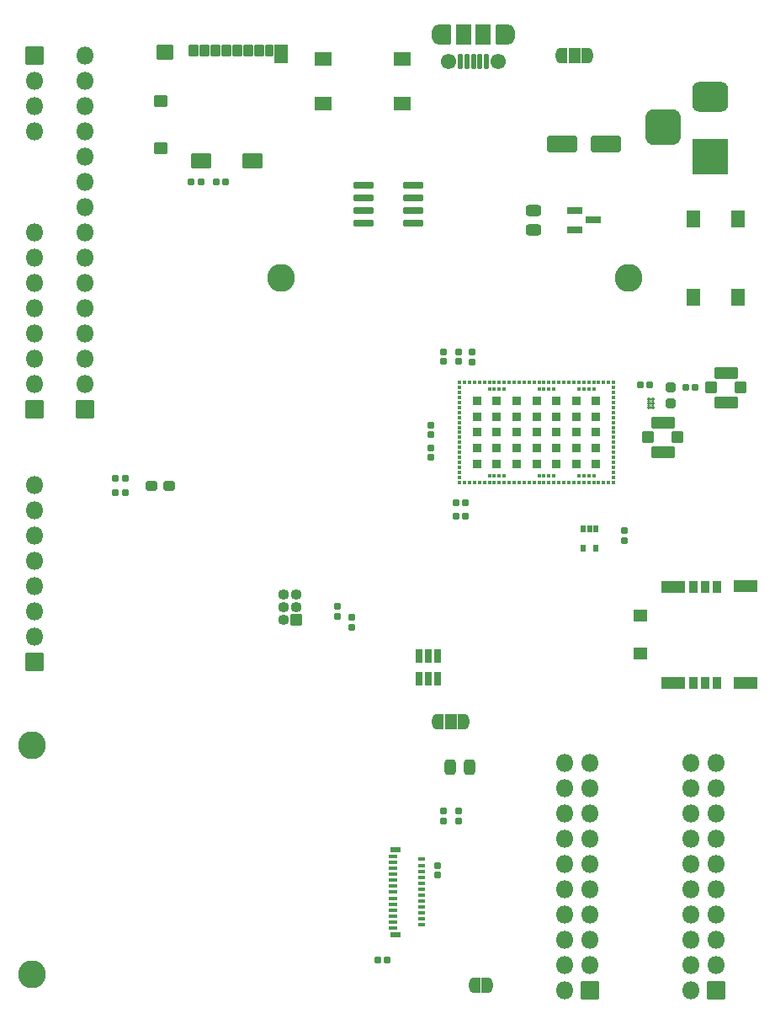
<source format=gbr>
G04 #@! TF.GenerationSoftware,KiCad,Pcbnew,(6.0.7)*
G04 #@! TF.CreationDate,2022-12-02T15:18:26+11:00*
G04 #@! TF.ProjectId,nRF_dev,6e52465f-6465-4762-9e6b-696361645f70,0.0.2*
G04 #@! TF.SameCoordinates,Original*
G04 #@! TF.FileFunction,Soldermask,Top*
G04 #@! TF.FilePolarity,Negative*
%FSLAX46Y46*%
G04 Gerber Fmt 4.6, Leading zero omitted, Abs format (unit mm)*
G04 Created by KiCad (PCBNEW (6.0.7)) date 2022-12-02 15:18:26*
%MOMM*%
%LPD*%
G01*
G04 APERTURE LIST*
G04 Aperture macros list*
%AMRoundRect*
0 Rectangle with rounded corners*
0 $1 Rounding radius*
0 $2 $3 $4 $5 $6 $7 $8 $9 X,Y pos of 4 corners*
0 Add a 4 corners polygon primitive as box body*
4,1,4,$2,$3,$4,$5,$6,$7,$8,$9,$2,$3,0*
0 Add four circle primitives for the rounded corners*
1,1,$1+$1,$2,$3*
1,1,$1+$1,$4,$5*
1,1,$1+$1,$6,$7*
1,1,$1+$1,$8,$9*
0 Add four rect primitives between the rounded corners*
20,1,$1+$1,$2,$3,$4,$5,0*
20,1,$1+$1,$4,$5,$6,$7,0*
20,1,$1+$1,$6,$7,$8,$9,0*
20,1,$1+$1,$8,$9,$2,$3,0*%
%AMFreePoly0*
4,1,37,0.586062,0.786062,0.601000,0.750000,0.601000,-0.750000,0.586062,-0.786062,0.550000,-0.801000,0.000000,-0.801000,-0.012525,-0.795812,-0.080875,-0.794559,-0.095149,-0.792248,-0.230464,-0.749973,-0.243516,-0.743747,-0.361526,-0.665192,-0.372306,-0.655554,-0.463526,-0.547035,-0.471167,-0.534759,-0.528262,-0.405000,-0.532150,-0.391073,-0.549733,-0.256613,-0.548336,-0.256430,-0.551000,-0.250000,
-0.551000,0.250000,-0.550512,0.251179,-0.550356,0.263956,-0.528545,0.404033,-0.524317,0.417860,-0.464069,0.546185,-0.456130,0.558271,-0.362286,0.664529,-0.351274,0.673901,-0.231379,0.749549,-0.218180,0.755454,-0.081873,0.794411,-0.067546,0.796373,-0.011990,0.796033,0.000000,0.801000,0.550000,0.801000,0.586062,0.786062,0.586062,0.786062,$1*%
%AMFreePoly1*
4,1,37,0.012349,0.795885,0.074216,0.795507,0.088518,0.793370,0.224339,0.752751,0.237465,0.746685,0.356427,0.669578,0.367324,0.660073,0.459862,0.552676,0.467652,0.540494,0.526329,0.411442,0.530388,0.397563,0.550485,0.257230,0.551000,0.250000,0.551000,-0.250000,0.550996,-0.250622,0.550847,-0.262838,0.550144,-0.270677,0.526624,-0.410478,0.522228,-0.424254,0.460416,-0.551833,
0.452330,-0.563821,0.357195,-0.668925,0.346069,-0.678161,0.225259,-0.752338,0.211989,-0.758081,0.075216,-0.795370,0.060866,-0.797157,0.011464,-0.796251,0.000000,-0.801000,-0.550000,-0.801000,-0.586062,-0.786062,-0.601000,-0.750000,-0.601000,0.750000,-0.586062,0.786062,-0.550000,0.801000,0.000000,0.801000,0.012349,0.795885,0.012349,0.795885,$1*%
%AMFreePoly2*
4,1,37,0.536062,0.786062,0.551000,0.750000,0.551000,-0.750000,0.536062,-0.786062,0.500000,-0.801000,0.000000,-0.801000,-0.012525,-0.795812,-0.080875,-0.794559,-0.095149,-0.792248,-0.230464,-0.749973,-0.243516,-0.743747,-0.361526,-0.665192,-0.372306,-0.655554,-0.463526,-0.547035,-0.471167,-0.534759,-0.528262,-0.405000,-0.532150,-0.391073,-0.549733,-0.256613,-0.548336,-0.256430,-0.551000,-0.250000,
-0.551000,0.250000,-0.550512,0.251179,-0.550356,0.263956,-0.528545,0.404033,-0.524317,0.417860,-0.464069,0.546185,-0.456130,0.558271,-0.362286,0.664529,-0.351274,0.673901,-0.231379,0.749549,-0.218180,0.755454,-0.081873,0.794411,-0.067546,0.796373,-0.011990,0.796033,0.000000,0.801000,0.500000,0.801000,0.536062,0.786062,0.536062,0.786062,$1*%
%AMFreePoly3*
4,1,37,0.012349,0.795885,0.074216,0.795507,0.088518,0.793370,0.224339,0.752751,0.237465,0.746685,0.356427,0.669578,0.367324,0.660073,0.459862,0.552676,0.467652,0.540494,0.526329,0.411442,0.530388,0.397563,0.550485,0.257230,0.551000,0.250000,0.551000,-0.250000,0.550996,-0.250622,0.550847,-0.262838,0.550144,-0.270677,0.526624,-0.410478,0.522228,-0.424254,0.460416,-0.551833,
0.452330,-0.563821,0.357195,-0.668925,0.346069,-0.678161,0.225259,-0.752338,0.211989,-0.758081,0.075216,-0.795370,0.060866,-0.797157,0.011464,-0.796251,0.000000,-0.801000,-0.500000,-0.801000,-0.536062,-0.786062,-0.551000,-0.750000,-0.551000,0.750000,-0.536062,0.786062,-0.500000,0.801000,0.000000,0.801000,0.012349,0.795885,0.012349,0.795885,$1*%
G04 Aperture macros list end*
%ADD10RoundRect,0.201000X-0.150000X0.512500X-0.150000X-0.512500X0.150000X-0.512500X0.150000X0.512500X0*%
%ADD11RoundRect,0.288500X0.287500X0.237500X-0.287500X0.237500X-0.287500X-0.237500X0.287500X-0.237500X0*%
%ADD12RoundRect,0.186000X-0.135000X-0.185000X0.135000X-0.185000X0.135000X0.185000X-0.135000X0.185000X0*%
%ADD13RoundRect,0.051000X0.400000X-0.500000X0.400000X0.500000X-0.400000X0.500000X-0.400000X-0.500000X0*%
%ADD14RoundRect,0.051000X1.150000X-0.500000X1.150000X0.500000X-1.150000X0.500000X-1.150000X-0.500000X0*%
%ADD15RoundRect,0.051000X0.650000X-0.550000X0.650000X0.550000X-0.650000X0.550000X-0.650000X-0.550000X0*%
%ADD16RoundRect,0.051000X-0.850000X-0.850000X0.850000X-0.850000X0.850000X0.850000X-0.850000X0.850000X0*%
%ADD17O,1.802000X1.802000*%
%ADD18RoundRect,0.186000X0.185000X-0.135000X0.185000X0.135000X-0.185000X0.135000X-0.185000X-0.135000X0*%
%ADD19RoundRect,0.051000X-0.125000X-0.125000X0.125000X-0.125000X0.125000X0.125000X-0.125000X0.125000X0*%
%ADD20RoundRect,0.051000X0.125000X-0.125000X0.125000X0.125000X-0.125000X0.125000X-0.125000X-0.125000X0*%
%ADD21RoundRect,0.201000X-0.587500X-0.150000X0.587500X-0.150000X0.587500X0.150000X-0.587500X0.150000X0*%
%ADD22RoundRect,0.051000X-0.650000X0.775000X-0.650000X-0.775000X0.650000X-0.775000X0.650000X0.775000X0*%
%ADD23RoundRect,0.201000X-0.825000X-0.150000X0.825000X-0.150000X0.825000X0.150000X-0.825000X0.150000X0*%
%ADD24RoundRect,0.191000X0.140000X0.170000X-0.140000X0.170000X-0.140000X-0.170000X0.140000X-0.170000X0*%
%ADD25RoundRect,0.051000X-1.750000X1.750000X-1.750000X-1.750000X1.750000X-1.750000X1.750000X1.750000X0*%
%ADD26RoundRect,0.801000X-1.000000X0.750000X-1.000000X-0.750000X1.000000X-0.750000X1.000000X0.750000X0*%
%ADD27RoundRect,0.926000X-0.875000X0.875000X-0.875000X-0.875000X0.875000X-0.875000X0.875000X0.875000X0*%
%ADD28RoundRect,0.051000X-0.775000X-0.650000X0.775000X-0.650000X0.775000X0.650000X-0.775000X0.650000X0*%
%ADD29RoundRect,0.051000X-0.150000X-0.150000X0.150000X-0.150000X0.150000X0.150000X-0.150000X0.150000X0*%
%ADD30RoundRect,0.051000X0.150000X-0.150000X0.150000X0.150000X-0.150000X0.150000X-0.150000X-0.150000X0*%
%ADD31RoundRect,0.051000X-0.400000X-0.400000X0.400000X-0.400000X0.400000X0.400000X-0.400000X0.400000X0*%
%ADD32RoundRect,0.191000X-0.170000X0.140000X-0.170000X-0.140000X0.170000X-0.140000X0.170000X0.140000X0*%
%ADD33RoundRect,0.269750X-0.256250X0.218750X-0.256250X-0.218750X0.256250X-0.218750X0.256250X0.218750X0*%
%ADD34RoundRect,0.186000X-0.185000X0.135000X-0.185000X-0.135000X0.185000X-0.135000X0.185000X0.135000X0*%
%ADD35RoundRect,0.191000X-0.140000X-0.170000X0.140000X-0.170000X0.140000X0.170000X-0.140000X0.170000X0*%
%ADD36RoundRect,0.301000X1.250000X0.550000X-1.250000X0.550000X-1.250000X-0.550000X1.250000X-0.550000X0*%
%ADD37C,2.802000*%
%ADD38RoundRect,0.051000X0.200000X0.675000X-0.200000X0.675000X-0.200000X-0.675000X0.200000X-0.675000X0*%
%ADD39RoundRect,0.051000X0.600000X0.950000X-0.600000X0.950000X-0.600000X-0.950000X0.600000X-0.950000X0*%
%ADD40C,1.552000*%
%ADD41RoundRect,0.051000X0.750000X0.950000X-0.750000X0.950000X-0.750000X-0.950000X0.750000X-0.950000X0*%
%ADD42O,1.302000X2.002000*%
%ADD43RoundRect,0.051000X-0.200000X0.325000X-0.200000X-0.325000X0.200000X-0.325000X0.200000X0.325000X0*%
%ADD44RoundRect,0.051000X-0.400000X0.150000X-0.400000X-0.150000X0.400000X-0.150000X0.400000X0.150000X0*%
%ADD45RoundRect,0.051000X-0.325000X0.150000X-0.325000X-0.150000X0.325000X-0.150000X0.325000X0.150000X0*%
%ADD46RoundRect,0.051000X-0.475000X0.200000X-0.475000X-0.200000X0.475000X-0.200000X0.475000X0.200000X0*%
%ADD47RoundRect,0.051000X0.850000X0.850000X-0.850000X0.850000X-0.850000X-0.850000X0.850000X-0.850000X0*%
%ADD48FreePoly0,0.000000*%
%ADD49RoundRect,0.051000X-0.500000X-0.750000X0.500000X-0.750000X0.500000X0.750000X-0.500000X0.750000X0*%
%ADD50FreePoly1,0.000000*%
%ADD51RoundRect,0.051000X0.500000X0.500000X-0.500000X0.500000X-0.500000X-0.500000X0.500000X-0.500000X0*%
%ADD52O,1.102000X1.102000*%
%ADD53RoundRect,0.051000X0.425000X0.550000X-0.425000X0.550000X-0.425000X-0.550000X0.425000X-0.550000X0*%
%ADD54RoundRect,0.051000X0.375000X0.550000X-0.375000X0.550000X-0.375000X-0.550000X0.375000X-0.550000X0*%
%ADD55RoundRect,0.051000X0.950000X0.675000X-0.950000X0.675000X-0.950000X-0.675000X0.950000X-0.675000X0*%
%ADD56RoundRect,0.051000X0.585000X0.900000X-0.585000X0.900000X-0.585000X-0.900000X0.585000X-0.900000X0*%
%ADD57RoundRect,0.051000X0.775000X0.675000X-0.775000X0.675000X-0.775000X-0.675000X0.775000X-0.675000X0*%
%ADD58RoundRect,0.051000X0.600000X0.500000X-0.600000X0.500000X-0.600000X-0.500000X0.600000X-0.500000X0*%
%ADD59RoundRect,0.191000X0.170000X-0.140000X0.170000X0.140000X-0.170000X0.140000X-0.170000X-0.140000X0*%
%ADD60RoundRect,0.051000X-0.500000X0.500000X-0.500000X-0.500000X0.500000X-0.500000X0.500000X0.500000X0*%
%ADD61RoundRect,0.051000X-1.100000X0.525000X-1.100000X-0.525000X1.100000X-0.525000X1.100000X0.525000X0*%
%ADD62RoundRect,0.301000X-0.250000X-0.475000X0.250000X-0.475000X0.250000X0.475000X-0.250000X0.475000X0*%
%ADD63FreePoly2,180.000000*%
%ADD64FreePoly3,180.000000*%
%ADD65RoundRect,0.186000X0.135000X0.185000X-0.135000X0.185000X-0.135000X-0.185000X0.135000X-0.185000X0*%
%ADD66RoundRect,0.301000X0.475000X-0.250000X0.475000X0.250000X-0.475000X0.250000X-0.475000X-0.250000X0*%
G04 APERTURE END LIST*
D10*
X83800000Y-134012500D03*
X82850000Y-134012500D03*
X81900000Y-134012500D03*
X81900000Y-136287500D03*
X82850000Y-136287500D03*
X83800000Y-136287500D03*
D11*
X56725000Y-116850000D03*
X54975000Y-116850000D03*
D12*
X52360000Y-117600000D03*
X51340000Y-117600000D03*
X52360000Y-116100000D03*
X51340000Y-116100000D03*
D13*
X111864500Y-127026000D03*
X110664500Y-127026000D03*
X111864500Y-136726000D03*
X109464500Y-127026000D03*
D14*
X114714500Y-136726000D03*
X114714500Y-126926000D03*
X107514500Y-127026000D03*
X107514500Y-136726000D03*
D13*
X110664500Y-136726000D03*
X109464500Y-136726000D03*
D15*
X104149500Y-129921000D03*
X104149500Y-133731000D03*
D16*
X43180000Y-73660000D03*
D17*
X43180000Y-76200000D03*
X43180000Y-78740000D03*
X43180000Y-81280000D03*
D18*
X73660000Y-130050000D03*
X73660000Y-129030000D03*
D19*
X105010000Y-108200000D03*
X105010000Y-108600000D03*
X105010000Y-109000000D03*
X105410000Y-109000000D03*
X105410000Y-108600000D03*
D20*
X105410000Y-108200000D03*
D21*
X97528500Y-89220000D03*
X97528500Y-91120000D03*
X99403500Y-90170000D03*
D22*
X114010000Y-90005000D03*
X114010000Y-97955000D03*
X109510000Y-97955000D03*
X109510000Y-90005000D03*
D23*
X76325000Y-86695000D03*
X76325000Y-87965000D03*
X76325000Y-89235000D03*
X76325000Y-90505000D03*
X81275000Y-90505000D03*
X81275000Y-89235000D03*
X81275000Y-87965000D03*
X81275000Y-86695000D03*
D24*
X105128000Y-106757000D03*
X104168000Y-106757000D03*
D25*
X111193500Y-83810000D03*
D26*
X111193500Y-77810000D03*
D27*
X106493500Y-80810000D03*
D28*
X80175000Y-73950000D03*
X72225000Y-73950000D03*
X80175000Y-78450000D03*
X72225000Y-78450000D03*
D29*
X85976000Y-106506000D03*
X85976000Y-107006000D03*
X85976000Y-107506000D03*
X85976000Y-108006000D03*
X85976000Y-108506000D03*
X85976000Y-109006000D03*
X85976000Y-109506000D03*
X85976000Y-110006000D03*
X85976000Y-110506000D03*
X85976000Y-111006000D03*
X85976000Y-111506000D03*
X85976000Y-112006000D03*
X85976000Y-112506000D03*
X85976000Y-113006000D03*
X85976000Y-113506000D03*
X85976000Y-114006000D03*
X85976000Y-114506000D03*
X85976000Y-115006000D03*
X85976000Y-115506000D03*
X85976000Y-116006000D03*
X85976000Y-116506000D03*
X86476000Y-116506000D03*
X86976000Y-116506000D03*
X87476000Y-116506000D03*
X87976000Y-116506000D03*
X88476000Y-116506000D03*
X88976000Y-116506000D03*
X89476000Y-116506000D03*
X89976000Y-116506000D03*
X90476000Y-116506000D03*
X90976000Y-116506000D03*
X91476000Y-116506000D03*
X91976000Y-116506000D03*
X92476000Y-116506000D03*
X92976000Y-116506000D03*
X93476000Y-116506000D03*
X93976000Y-116506000D03*
X94476000Y-116506000D03*
X94976000Y-116506000D03*
X95476000Y-116506000D03*
X95976000Y-116506000D03*
X96476000Y-116506000D03*
X96976000Y-116506000D03*
X97476000Y-116506000D03*
X97976000Y-116506000D03*
X98476000Y-116506000D03*
X98976000Y-116506000D03*
X99476000Y-116506000D03*
X99976000Y-116506000D03*
X100476000Y-116506000D03*
X100976000Y-116506000D03*
X101476000Y-116506000D03*
X101476000Y-116006000D03*
X101476000Y-115506000D03*
X101476000Y-115006000D03*
X101476000Y-114506000D03*
X101476000Y-114006000D03*
X101476000Y-113506000D03*
X101476000Y-113006000D03*
X101476000Y-112506000D03*
X101476000Y-112006000D03*
X101476000Y-111506000D03*
X101476000Y-111006000D03*
X101476000Y-110506000D03*
X101476000Y-110006000D03*
X101476000Y-109506000D03*
X101476000Y-109006000D03*
X101476000Y-108506000D03*
X101476000Y-108006000D03*
X101476000Y-107506000D03*
X101476000Y-107006000D03*
X101476000Y-106506000D03*
X100976000Y-106506000D03*
X100476000Y-106506000D03*
X99976000Y-106506000D03*
X99476000Y-106506000D03*
X98976000Y-106506000D03*
X98476000Y-106506000D03*
X97976000Y-106506000D03*
X97476000Y-106506000D03*
X96976000Y-106506000D03*
X96476000Y-106506000D03*
X95976000Y-106506000D03*
X95476000Y-106506000D03*
X94976000Y-106506000D03*
X94476000Y-106506000D03*
X93976000Y-106506000D03*
X93476000Y-106506000D03*
X92976000Y-106506000D03*
X92476000Y-106506000D03*
X91976000Y-106506000D03*
X91476000Y-106506000D03*
X90976000Y-106506000D03*
X90476000Y-106506000D03*
D30*
X89976000Y-106506000D03*
D29*
X89476000Y-106506000D03*
X88976000Y-106506000D03*
X88476000Y-106506000D03*
X87976000Y-106506000D03*
X87476000Y-106506000D03*
X86976000Y-106506000D03*
X86476000Y-106506000D03*
D31*
X89726000Y-109906000D03*
X93726000Y-113106000D03*
X89726000Y-111506000D03*
X99726000Y-113106000D03*
X99726000Y-108306000D03*
X93726000Y-109906000D03*
X97726000Y-113106000D03*
X91726000Y-113106000D03*
X87726000Y-111506000D03*
X93726000Y-108306000D03*
X95726000Y-113106000D03*
X95726000Y-109906000D03*
X95726000Y-108306000D03*
X89726000Y-113106000D03*
X87726000Y-114706000D03*
X97726000Y-108306000D03*
X89726000Y-108306000D03*
X91726000Y-114706000D03*
X87726000Y-109906000D03*
X97726000Y-109906000D03*
X99726000Y-114706000D03*
X99726000Y-109906000D03*
X87726000Y-113106000D03*
X91726000Y-108306000D03*
X93726000Y-111506000D03*
X93726000Y-114706000D03*
X95726000Y-111506000D03*
X99726000Y-111506000D03*
X97726000Y-111506000D03*
X95726000Y-114706000D03*
X91726000Y-109906000D03*
X89726000Y-114706000D03*
X91726000Y-111506000D03*
X97726000Y-114706000D03*
X87726000Y-108306000D03*
D29*
X88976000Y-115856000D03*
X89476000Y-115856000D03*
X89976000Y-115856000D03*
X90476000Y-115856000D03*
X93976000Y-115856000D03*
X94476000Y-115856000D03*
X94976000Y-115856000D03*
X95476000Y-115856000D03*
X97976000Y-115856000D03*
X98476000Y-115856000D03*
X98976000Y-115856000D03*
X99476000Y-115856000D03*
X99476000Y-107156000D03*
X98976000Y-107156000D03*
X98476000Y-107156000D03*
X97976000Y-107156000D03*
X95476000Y-107156000D03*
X94976000Y-107156000D03*
X94476000Y-107156000D03*
X93976000Y-107156000D03*
X90476000Y-107156000D03*
X89976000Y-107156000D03*
X89476000Y-107156000D03*
X88976000Y-107156000D03*
D24*
X109700000Y-107011000D03*
X108740000Y-107011000D03*
D32*
X83750000Y-156030000D03*
X83750000Y-155070000D03*
D33*
X107188000Y-106985500D03*
X107188000Y-108560500D03*
D34*
X84328000Y-149604000D03*
X84328000Y-150624000D03*
D35*
X77752000Y-164592000D03*
X78712000Y-164592000D03*
D36*
X100666000Y-82550000D03*
X96266000Y-82550000D03*
D24*
X86586000Y-118618000D03*
X85626000Y-118618000D03*
D37*
X103000000Y-96000000D03*
D38*
X88676000Y-74192500D03*
X88026000Y-74192500D03*
X87376000Y-74192500D03*
X86726000Y-74192500D03*
X86076000Y-74192500D03*
D39*
X90276000Y-71492500D03*
D40*
X89876000Y-74192500D03*
D41*
X86376000Y-71492500D03*
D42*
X83876000Y-71492500D03*
D40*
X84876000Y-74192500D03*
D39*
X84476000Y-71492500D03*
D42*
X90876000Y-71492500D03*
D41*
X88376000Y-71492500D03*
D43*
X99710000Y-121224000D03*
X99060000Y-121224000D03*
X98410000Y-121224000D03*
X98410000Y-123124000D03*
X99710000Y-123124000D03*
D44*
X79297000Y-154134000D03*
D45*
X82172000Y-154434000D03*
D44*
X79297000Y-154734000D03*
D45*
X82172000Y-155034000D03*
D44*
X79297000Y-155334000D03*
D45*
X82172000Y-155634000D03*
D44*
X79297000Y-155934000D03*
D45*
X82172000Y-156234000D03*
D44*
X79297000Y-156534000D03*
D45*
X82172000Y-156834000D03*
D44*
X79297000Y-157134000D03*
D45*
X82172000Y-157434000D03*
D44*
X79297000Y-157734000D03*
D45*
X82172000Y-158034000D03*
D44*
X79297000Y-158334000D03*
D45*
X82172000Y-158634000D03*
D44*
X79297000Y-158934000D03*
D45*
X82172000Y-159234000D03*
D44*
X79297000Y-159534000D03*
D45*
X82172000Y-159834000D03*
D44*
X79297000Y-160134000D03*
D45*
X82172000Y-160434000D03*
D44*
X79297000Y-160734000D03*
D45*
X82172000Y-161034000D03*
D44*
X79297000Y-161334000D03*
D46*
X79572000Y-153434000D03*
X79572000Y-162034000D03*
D34*
X85852000Y-149604000D03*
X85852000Y-150624000D03*
X87200000Y-103390000D03*
X87200000Y-104410000D03*
D47*
X43180000Y-134620000D03*
D17*
X43180000Y-132080000D03*
X43180000Y-129540000D03*
X43180000Y-127000000D03*
X43180000Y-124460000D03*
X43180000Y-121920000D03*
X43180000Y-119380000D03*
X43180000Y-116840000D03*
D47*
X43180000Y-109220000D03*
D17*
X43180000Y-106680000D03*
X43180000Y-104140000D03*
X43180000Y-101600000D03*
X43180000Y-99060000D03*
X43180000Y-96520000D03*
X43180000Y-93980000D03*
X43180000Y-91440000D03*
D24*
X62456000Y-86360000D03*
X61496000Y-86360000D03*
D47*
X99065000Y-167635000D03*
D17*
X96525000Y-167635000D03*
X99065000Y-165095000D03*
X96525000Y-165095000D03*
X99065000Y-162555000D03*
X96525000Y-162555000D03*
X99065000Y-160015000D03*
X96525000Y-160015000D03*
X99065000Y-157475000D03*
X96525000Y-157475000D03*
X99065000Y-154935000D03*
X96525000Y-154935000D03*
X99065000Y-152395000D03*
X96525000Y-152395000D03*
X99065000Y-149855000D03*
X96525000Y-149855000D03*
X99065000Y-147315000D03*
X96525000Y-147315000D03*
X99065000Y-144775000D03*
X96525000Y-144775000D03*
D48*
X83790000Y-140600000D03*
D49*
X85090000Y-140600000D03*
D50*
X86390000Y-140600000D03*
D18*
X75100000Y-131110000D03*
X75100000Y-130090000D03*
D51*
X69545000Y-130345000D03*
D52*
X68275000Y-130345000D03*
X69545000Y-129075000D03*
X68275000Y-129075000D03*
X69545000Y-127805000D03*
X68275000Y-127805000D03*
D47*
X111760000Y-167635000D03*
D17*
X109220000Y-167635000D03*
X111760000Y-165095000D03*
X109220000Y-165095000D03*
X111760000Y-162555000D03*
X109220000Y-162555000D03*
X111760000Y-160015000D03*
X109220000Y-160015000D03*
X111760000Y-157475000D03*
X109220000Y-157475000D03*
X111760000Y-154935000D03*
X109220000Y-154935000D03*
X111760000Y-152395000D03*
X109220000Y-152395000D03*
X111760000Y-149855000D03*
X109220000Y-149855000D03*
X111760000Y-147315000D03*
X109220000Y-147315000D03*
X111760000Y-144775000D03*
X109220000Y-144775000D03*
D24*
X86580000Y-119950000D03*
X85620000Y-119950000D03*
D53*
X59196000Y-73127500D03*
X60296000Y-73127500D03*
X61396000Y-73127500D03*
X62496000Y-73127500D03*
X63596000Y-73127500D03*
X64696000Y-73127500D03*
X65796000Y-73127500D03*
D54*
X66846000Y-73127500D03*
D55*
X59981000Y-84227500D03*
D56*
X68046000Y-73477500D03*
D55*
X65101000Y-84227500D03*
D57*
X56306000Y-73252500D03*
D58*
X55921000Y-82927500D03*
X55921000Y-78227500D03*
D59*
X85850000Y-104380000D03*
X85850000Y-103420000D03*
D60*
X111276000Y-107011000D03*
D61*
X112776000Y-108486000D03*
X112776000Y-105536000D03*
D60*
X114276000Y-107011000D03*
D62*
X85050000Y-145200000D03*
X86950000Y-145200000D03*
D63*
X88788000Y-167132000D03*
D64*
X87488000Y-167132000D03*
D59*
X83058000Y-111732000D03*
X83058000Y-110772000D03*
D47*
X48260000Y-109220000D03*
D17*
X48260000Y-106680000D03*
X48260000Y-104140000D03*
X48260000Y-101600000D03*
X48260000Y-99060000D03*
X48260000Y-96520000D03*
X48260000Y-93980000D03*
X48260000Y-91440000D03*
X48260000Y-88900000D03*
X48260000Y-86360000D03*
X48260000Y-83820000D03*
X48260000Y-81280000D03*
X48260000Y-78740000D03*
X48260000Y-76200000D03*
X48260000Y-73660000D03*
D48*
X96236000Y-73660000D03*
D49*
X97536000Y-73660000D03*
D50*
X98836000Y-73660000D03*
D32*
X84328000Y-103406000D03*
X84328000Y-104366000D03*
D37*
X68000000Y-96000000D03*
X43000000Y-166000000D03*
X43000000Y-143000000D03*
D65*
X59946000Y-86360000D03*
X58926000Y-86360000D03*
D60*
X104926000Y-112000000D03*
X107926000Y-112000000D03*
D61*
X106426000Y-110525000D03*
X106426000Y-113475000D03*
D59*
X83058000Y-114018000D03*
X83058000Y-113058000D03*
D32*
X102575000Y-121389000D03*
X102575000Y-122349000D03*
D66*
X93386000Y-91120000D03*
X93386000Y-89220000D03*
G36*
X105175572Y-108842362D02*
G01*
X105201643Y-108859782D01*
X105234016Y-108853342D01*
X105242871Y-108844487D01*
X105244803Y-108843969D01*
X105246217Y-108845383D01*
X105245948Y-108847012D01*
X105239767Y-108856262D01*
X105236000Y-108875199D01*
X105236000Y-109124801D01*
X105239767Y-109143737D01*
X105247202Y-109154864D01*
X105247333Y-109156859D01*
X105245670Y-109157971D01*
X105244428Y-109157638D01*
X105218357Y-109140218D01*
X105185984Y-109146658D01*
X105177129Y-109155513D01*
X105175197Y-109156031D01*
X105173783Y-109154617D01*
X105174052Y-109152988D01*
X105180233Y-109143738D01*
X105184000Y-109124801D01*
X105184000Y-108875199D01*
X105180233Y-108856263D01*
X105172798Y-108845136D01*
X105172667Y-108843141D01*
X105174330Y-108842029D01*
X105175572Y-108842362D01*
G37*
G36*
X105167971Y-108764330D02*
G01*
X105167638Y-108765572D01*
X105150218Y-108791643D01*
X105156658Y-108824016D01*
X105165513Y-108832871D01*
X105166031Y-108834803D01*
X105164617Y-108836217D01*
X105162988Y-108835948D01*
X105153738Y-108829767D01*
X105134801Y-108826000D01*
X104885199Y-108826000D01*
X104866263Y-108829767D01*
X104855136Y-108837202D01*
X104853141Y-108837333D01*
X104852029Y-108835670D01*
X104852362Y-108834428D01*
X104869782Y-108808357D01*
X104863342Y-108775984D01*
X104854487Y-108767129D01*
X104853969Y-108765197D01*
X104855383Y-108763783D01*
X104857012Y-108764052D01*
X104866262Y-108770233D01*
X104885199Y-108774000D01*
X105134801Y-108774000D01*
X105153737Y-108770233D01*
X105164864Y-108762798D01*
X105166859Y-108762667D01*
X105167971Y-108764330D01*
G37*
G36*
X105567971Y-108764330D02*
G01*
X105567638Y-108765572D01*
X105550218Y-108791643D01*
X105556658Y-108824016D01*
X105565513Y-108832871D01*
X105566031Y-108834803D01*
X105564617Y-108836217D01*
X105562988Y-108835948D01*
X105553738Y-108829767D01*
X105534801Y-108826000D01*
X105285199Y-108826000D01*
X105266263Y-108829767D01*
X105255136Y-108837202D01*
X105253141Y-108837333D01*
X105252029Y-108835670D01*
X105252362Y-108834428D01*
X105269782Y-108808357D01*
X105263342Y-108775984D01*
X105254487Y-108767129D01*
X105253969Y-108765197D01*
X105255383Y-108763783D01*
X105257012Y-108764052D01*
X105266262Y-108770233D01*
X105285199Y-108774000D01*
X105534801Y-108774000D01*
X105553737Y-108770233D01*
X105564864Y-108762798D01*
X105566859Y-108762667D01*
X105567971Y-108764330D01*
G37*
G36*
X105175572Y-108442362D02*
G01*
X105201643Y-108459782D01*
X105234016Y-108453342D01*
X105242871Y-108444487D01*
X105244803Y-108443969D01*
X105246217Y-108445383D01*
X105245948Y-108447012D01*
X105239767Y-108456262D01*
X105236000Y-108475199D01*
X105236000Y-108724801D01*
X105239767Y-108743737D01*
X105247202Y-108754864D01*
X105247333Y-108756859D01*
X105245670Y-108757971D01*
X105244428Y-108757638D01*
X105218357Y-108740218D01*
X105185984Y-108746658D01*
X105177129Y-108755513D01*
X105175197Y-108756031D01*
X105173783Y-108754617D01*
X105174052Y-108752988D01*
X105180233Y-108743738D01*
X105184000Y-108724801D01*
X105184000Y-108475199D01*
X105180233Y-108456263D01*
X105172798Y-108445136D01*
X105172667Y-108443141D01*
X105174330Y-108442029D01*
X105175572Y-108442362D01*
G37*
G36*
X105167971Y-108364330D02*
G01*
X105167638Y-108365572D01*
X105150218Y-108391643D01*
X105156658Y-108424016D01*
X105165513Y-108432871D01*
X105166031Y-108434803D01*
X105164617Y-108436217D01*
X105162988Y-108435948D01*
X105153738Y-108429767D01*
X105134801Y-108426000D01*
X104885199Y-108426000D01*
X104866263Y-108429767D01*
X104855136Y-108437202D01*
X104853141Y-108437333D01*
X104852029Y-108435670D01*
X104852362Y-108434428D01*
X104869782Y-108408357D01*
X104863342Y-108375984D01*
X104854487Y-108367129D01*
X104853969Y-108365197D01*
X104855383Y-108363783D01*
X104857012Y-108364052D01*
X104866262Y-108370233D01*
X104885199Y-108374000D01*
X105134801Y-108374000D01*
X105153737Y-108370233D01*
X105164864Y-108362798D01*
X105166859Y-108362667D01*
X105167971Y-108364330D01*
G37*
G36*
X105567971Y-108364330D02*
G01*
X105567638Y-108365572D01*
X105550218Y-108391643D01*
X105556658Y-108424016D01*
X105565513Y-108432871D01*
X105566031Y-108434803D01*
X105564617Y-108436217D01*
X105562988Y-108435948D01*
X105553738Y-108429767D01*
X105534801Y-108426000D01*
X105285199Y-108426000D01*
X105266263Y-108429767D01*
X105255136Y-108437202D01*
X105253141Y-108437333D01*
X105252029Y-108435670D01*
X105252362Y-108434428D01*
X105269782Y-108408357D01*
X105263342Y-108375984D01*
X105254487Y-108367129D01*
X105253969Y-108365197D01*
X105255383Y-108363783D01*
X105257012Y-108364052D01*
X105266262Y-108370233D01*
X105285199Y-108374000D01*
X105534801Y-108374000D01*
X105553737Y-108370233D01*
X105564864Y-108362798D01*
X105566859Y-108362667D01*
X105567971Y-108364330D01*
G37*
G36*
X105175572Y-108042362D02*
G01*
X105201643Y-108059782D01*
X105234016Y-108053342D01*
X105242871Y-108044487D01*
X105244803Y-108043969D01*
X105246217Y-108045383D01*
X105245948Y-108047012D01*
X105239767Y-108056262D01*
X105236000Y-108075199D01*
X105236000Y-108324801D01*
X105239767Y-108343737D01*
X105247202Y-108354864D01*
X105247333Y-108356859D01*
X105245670Y-108357971D01*
X105244428Y-108357638D01*
X105218357Y-108340218D01*
X105185984Y-108346658D01*
X105177129Y-108355513D01*
X105175197Y-108356031D01*
X105173783Y-108354617D01*
X105174052Y-108352988D01*
X105180233Y-108343738D01*
X105184000Y-108324801D01*
X105184000Y-108075199D01*
X105180233Y-108056263D01*
X105172798Y-108045136D01*
X105172667Y-108043141D01*
X105174330Y-108042029D01*
X105175572Y-108042362D01*
G37*
M02*

</source>
